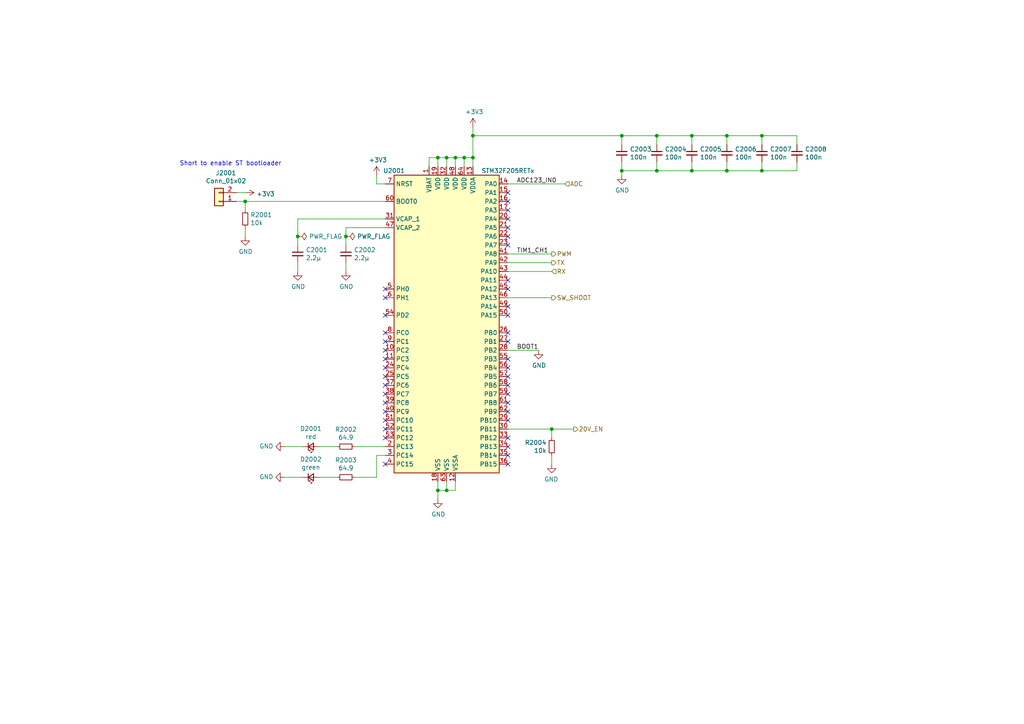
<source format=kicad_sch>
(kicad_sch (version 20250114) (generator "eeschema") (generator_version "9.0")
  (paper "A4")
  (title_block (title "Electromagnetic Fault Injector") (date "2019-10-29") (rev "0.1") (company "Ledger"))
  (lib_symbols
    (symbol "Connector_Generic:Conn_01x02" (pin_names (offset 1.016) (hide yes))
      (property "Reference" "J" (at 0 2.54 0))
      (property "Value" "Conn_01x02" (at 0 -5.08 0))
      (symbol "Conn_01x02_1_1"
        (rectangle (start -1.27 1.27) (end 1.27 -3.81) (stroke (width 0.254)) (fill (type background)))
        (rectangle (start -1.27 0.127) (end 0 -0.127) (stroke (width 0.1524)))
        (rectangle (start -1.27 -2.413) (end 0 -2.667) (stroke (width 0.1524)))
        (pin passive line (at -5.08 0 0) (length 3.81) (name "Pin_1") (number "1"))
        (pin passive line (at -5.08 -2.54 0) (length 3.81) (name "Pin_2") (number "2"))
      )
    )
    (symbol "Device:C_Small" (pin_numbers (hide yes)) (pin_names (offset 0.254) (hide yes))
      (property "Reference" "C" (at 0.254 1.778 0))
      (property "Value" "C_Small" (at 0.254 -2.032 0))
      (symbol "C_Small_0_1"
        (polyline (pts (xy -1.524 0.508) (xy 1.524 0.508)) (stroke (width 0.3048)))
        (polyline (pts (xy -1.524 -0.508) (xy 1.524 -0.508)) (stroke (width 0.3302)))
      )
      (symbol "C_Small_1_1"
        (pin passive line (at 0 2.54 270) (length 2.032) (name "~") (number "1"))
        (pin passive line (at 0 -2.54 90) (length 2.032) (name "~") (number "2"))
      )
    )
    (symbol "Device:LED_Small" (pin_numbers (hide yes)) (pin_names (offset 0.254) (hide yes))
      (property "Reference" "D" (at -1.27 3.175 0))
      (property "Value" "LED_Small" (at -4.445 -2.54 0))
      (symbol "LED_Small_0_1"
        (polyline (pts (xy -0.762 -1.016) (xy -0.762 1.016)) (stroke (width 0.254)))
        (polyline (pts (xy 0 0.762) (xy -0.508 1.27) (xy -0.254 1.27) (xy -0.508 1.27) (xy -0.508 1.016)))
        (polyline (pts (xy 0.508 1.27) (xy 0 1.778) (xy 0.254 1.778) (xy 0 1.778) (xy 0 1.524)))
        (polyline (pts (xy 0.762 -1.016) (xy -0.762 0) (xy 0.762 1.016) (xy 0.762 -1.016)) (stroke (width 0.254)))
        (polyline (pts (xy 1.016 0) (xy -0.762 0)))
      )
      (symbol "LED_Small_1_1"
        (pin passive line (at -2.54 0 0) (length 1.778) (name "K") (number "1"))
        (pin passive line (at 2.54 0 180) (length 1.778) (name "A") (number "2"))
      )
    )
    (symbol "Device:R_Small" (pin_numbers (hide yes)) (pin_names (offset 0.254) (hide yes))
      (property "Reference" "R" (at 0.762 0.508 0))
      (property "Value" "R_Small" (at 0.762 -1.016 0))
      (symbol "R_Small_0_1"
        (rectangle (start -0.762 1.778) (end 0.762 -1.778) (stroke (width 0.2032)))
      )
      (symbol "R_Small_1_1"
        (pin passive line (at 0 2.54 270) (length 0.762) (name "~") (number "1"))
        (pin passive line (at 0 -2.54 90) (length 0.762) (name "~") (number "2"))
      )
    )
    (symbol "MCU_ST_STM32F2:STM32F205RETx"
      (property "Reference" "U" (at -15.24 44.45 0))
      (property "Value" "STM32F205RETx" (at 10.16 44.45 0))
      (symbol "STM32F205RETx_0_1"
        (rectangle (start -15.24 -43.18) (end 15.24 43.18) (stroke (width 0.254)) (fill (type background)))
      )
      (symbol "STM32F205RETx_1_1"
        (pin input line (at -17.78 40.64 0) (length 2.54) (name "NRST") (number "7"))
        (pin input line (at -17.78 35.56 0) (length 2.54) (name "BOOT0") (number "60"))
        (pin power_in line (at -17.78 30.48 0) (length 2.54) (name "VCAP_1") (number "31"))
        (pin power_in line (at -17.78 27.94 0) (length 2.54) (name "VCAP_2") (number "47"))
        (pin input line (at -17.78 10.16 0) (length 2.54) (name "PH0") (number "5"))
        (pin input line (at -17.78 7.62 0) (length 2.54) (name "PH1") (number "6"))
        (pin bidirectional line (at -17.78 2.54 0) (length 2.54) (name "PD2") (number "54"))
        (pin bidirectional line (at -17.78 -2.54 0) (length 2.54) (name "PC0") (number "8"))
        (pin bidirectional line (at -17.78 -5.08 0) (length 2.54) (name "PC1") (number "9"))
        (pin bidirectional line (at -17.78 -7.62 0) (length 2.54) (name "PC2") (number "10"))
        (pin bidirectional line (at -17.78 -10.16 0) (length 2.54) (name "PC3") (number "11"))
        (pin bidirectional line (at -17.78 -12.7 0) (length 2.54) (name "PC4") (number "24"))
        (pin bidirectional line (at -17.78 -15.24 0) (length 2.54) (name "PC5") (number "25"))
        (pin bidirectional line (at -17.78 -17.78 0) (length 2.54) (name "PC6") (number "37"))
        (pin bidirectional line (at -17.78 -20.32 0) (length 2.54) (name "PC7") (number "38"))
        (pin bidirectional line (at -17.78 -22.86 0) (length 2.54) (name "PC8") (number "39"))
        (pin bidirectional line (at -17.78 -25.4 0) (length 2.54) (name "PC9") (number "40"))
        (pin bidirectional line (at -17.78 -27.94 0) (length 2.54) (name "PC10") (number "51"))
        (pin bidirectional line (at -17.78 -30.48 0) (length 2.54) (name "PC11") (number "52"))
        (pin bidirectional line (at -17.78 -33.02 0) (length 2.54) (name "PC12") (number "53"))
        (pin bidirectional line (at -17.78 -35.56 0) (length 2.54) (name "PC13") (number "2"))
        (pin bidirectional line (at -17.78 -38.1 0) (length 2.54) (name "PC14") (number "3"))
        (pin bidirectional line (at -17.78 -40.64 0) (length 2.54) (name "PC15") (number "4"))
        (pin power_in line (at -5.08 45.72 270) (length 2.54) (name "VBAT") (number "1"))
        (pin power_in line (at -2.54 45.72 270) (length 2.54) (name "VDD") (number "19"))
        (pin power_in line (at -2.54 -45.72 90) (length 2.54) (name "VSS") (number "18"))
        (pin power_in line (at 0 45.72 270) (length 2.54) (name "VDD") (number "32"))
        (pin power_in line (at 0 -45.72 90) (length 2.54) (name "VSS") (number "63"))
        (pin power_in line (at 2.54 45.72 270) (length 2.54) (name "VDD") (number "48"))
        (pin power_in line (at 2.54 -45.72 90) (length 2.54) (name "VSSA") (number "12"))
        (pin power_in line (at 5.08 45.72 270) (length 2.54) (name "VDD") (number "64"))
        (pin power_in line (at 7.62 45.72 270) (length 2.54) (name "VDDA") (number "13"))
        (pin bidirectional line (at 17.78 40.64 180) (length 2.54) (name "PA0") (number "14"))
        (pin bidirectional line (at 17.78 38.1 180) (length 2.54) (name "PA1") (number "15"))
        (pin bidirectional line (at 17.78 35.56 180) (length 2.54) (name "PA2") (number "16"))
        (pin bidirectional line (at 17.78 33.02 180) (length 2.54) (name "PA3") (number "17"))
        (pin bidirectional line (at 17.78 30.48 180) (length 2.54) (name "PA4") (number "20"))
        (pin bidirectional line (at 17.78 27.94 180) (length 2.54) (name "PA5") (number "21"))
        (pin bidirectional line (at 17.78 25.4 180) (length 2.54) (name "PA6") (number "22"))
        (pin bidirectional line (at 17.78 22.86 180) (length 2.54) (name "PA7") (number "23"))
        (pin bidirectional line (at 17.78 20.32 180) (length 2.54) (name "PA8") (number "41"))
        (pin bidirectional line (at 17.78 17.78 180) (length 2.54) (name "PA9") (number "42"))
        (pin bidirectional line (at 17.78 15.24 180) (length 2.54) (name "PA10") (number "43"))
        (pin bidirectional line (at 17.78 12.7 180) (length 2.54) (name "PA11") (number "44"))
        (pin bidirectional line (at 17.78 10.16 180) (length 2.54) (name "PA12") (number "45"))
        (pin bidirectional line (at 17.78 7.62 180) (length 2.54) (name "PA13") (number "46"))
        (pin bidirectional line (at 17.78 5.08 180) (length 2.54) (name "PA14") (number "49"))
        (pin bidirectional line (at 17.78 2.54 180) (length 2.54) (name "PA15") (number "50"))
        (pin bidirectional line (at 17.78 -2.54 180) (length 2.54) (name "PB0") (number "26"))
        (pin bidirectional line (at 17.78 -5.08 180) (length 2.54) (name "PB1") (number "27"))
        (pin bidirectional line (at 17.78 -7.62 180) (length 2.54) (name "PB2") (number "28"))
        (pin bidirectional line (at 17.78 -10.16 180) (length 2.54) (name "PB3") (number "55"))
        (pin bidirectional line (at 17.78 -12.7 180) (length 2.54) (name "PB4") (number "56"))
        (pin bidirectional line (at 17.78 -15.24 180) (length 2.54) (name "PB5") (number "57"))
        (pin bidirectional line (at 17.78 -17.78 180) (length 2.54) (name "PB6") (number "58"))
        (pin bidirectional line (at 17.78 -20.32 180) (length 2.54) (name "PB7") (number "59"))
        (pin bidirectional line (at 17.78 -22.86 180) (length 2.54) (name "PB8") (number "61"))
        (pin bidirectional line (at 17.78 -25.4 180) (length 2.54) (name "PB9") (number "62"))
        (pin bidirectional line (at 17.78 -27.94 180) (length 2.54) (name "PB10") (number "29"))
        (pin bidirectional line (at 17.78 -30.48 180) (length 2.54) (name "PB11") (number "30"))
        (pin bidirectional line (at 17.78 -33.02 180) (length 2.54) (name "PB12") (number "33"))
        (pin bidirectional line (at 17.78 -35.56 180) (length 2.54) (name "PB13") (number "34"))
        (pin bidirectional line (at 17.78 -38.1 180) (length 2.54) (name "PB14") (number "35"))
        (pin bidirectional line (at 17.78 -40.64 180) (length 2.54) (name "PB15") (number "36"))
      )
    )
    (symbol "power:+3V3" (power) (pin_names (offset 0))
      (property "Value" "+3V3" (at 0 3.556 0))
      (symbol "+3V3_0_1"
        (polyline (pts (xy -0.762 1.27) (xy 0 2.54)))
        (polyline (pts (xy 0 2.54) (xy 0.762 1.27)))
        (polyline (pts (xy 0 0) (xy 0 2.54)))
      )
      (symbol "+3V3_1_1"
        (pin power_in line (at 0 0 90) (length 0) (hide yes) (name "+3V3") (number "1"))
      )
    )
    (symbol "power:GND" (power) (pin_names (offset 0))
      (property "Value" "GND" (at 0 -3.81 0))
      (symbol "GND_0_1"
        (polyline (pts (xy 0 0) (xy 0 -1.27) (xy 1.27 -1.27) (xy 0 -2.54) (xy -1.27 -1.27) (xy 0 -1.27)))
      )
      (symbol "GND_1_1"
        (pin power_in line (at 0 0 270) (length 0) (hide yes) (name "GND") (number "1"))
      )
    )
    (symbol "power:PWR_FLAG" (power) (pin_numbers (hide yes)) (pin_names (offset 0) (hide yes))
      (property "Value" "PWR_FLAG" (at 0 3.81 0))
      (symbol "PWR_FLAG_0_0"
        (pin power_out line (at 0 0 90) (length 0) (name "pwr") (number "1"))
      )
      (symbol "PWR_FLAG_0_1"
        (polyline (pts (xy 0 0) (xy 0 1.27) (xy -1.016 1.905) (xy 0 2.54) (xy 1.016 1.905) (xy 0 1.27)))
      )
    )
  )
  (text "Short to enable ST bootloader" (at 52.07 48.26 0) (effects (font (size 1.27 1.27)) (justify left bottom)))
  (junction (at 220.98 39.37))
  (junction (at 129.54 45.72))
  (junction (at 86.36 68.58))
  (junction (at 180.34 39.37))
  (junction (at 190.5 39.37))
  (junction (at 200.66 39.37))
  (junction (at 100.33 68.58))
  (junction (at 127 142.24))
  (junction (at 160.02 124.46))
  (junction (at 137.16 45.72))
  (junction (at 180.34 49.53))
  (junction (at 210.82 39.37))
  (junction (at 210.82 49.53))
  (junction (at 200.66 49.53))
  (junction (at 220.98 49.53))
  (junction (at 129.54 142.24))
  (junction (at 71.12 58.42))
  (junction (at 190.5 49.53))
  (junction (at 132.08 45.72))
  (junction (at 137.16 39.37))
  (junction (at 134.62 45.72))
  (junction (at 127 45.72))
  (no_connect (at 147.32 68.58))
  (no_connect (at 111.76 114.3))
  (no_connect (at 147.32 109.22))
  (no_connect (at 147.32 134.62))
  (no_connect (at 147.32 119.38))
  (no_connect (at 147.32 58.42))
  (no_connect (at 111.76 91.44))
  (no_connect (at 111.76 134.62))
  (no_connect (at 147.32 88.9))
  (no_connect (at 147.32 99.06))
  (no_connect (at 147.32 106.68))
  (no_connect (at 147.32 114.3))
  (no_connect (at 111.76 124.46))
  (no_connect (at 111.76 116.84))
  (no_connect (at 147.32 91.44))
  (no_connect (at 111.76 99.06))
  (no_connect (at 147.32 83.82))
  (no_connect (at 147.32 71.12))
  (no_connect (at 111.76 109.22))
  (no_connect (at 147.32 116.84))
  (no_connect (at 111.76 96.52))
  (no_connect (at 147.32 127))
  (no_connect (at 111.76 121.92))
  (no_connect (at 147.32 104.14))
  (no_connect (at 111.76 119.38))
  (no_connect (at 147.32 111.76))
  (no_connect (at 147.32 60.96))
  (no_connect (at 147.32 63.5))
  (no_connect (at 111.76 111.76))
  (no_connect (at 111.76 104.14))
  (no_connect (at 111.76 106.68))
  (no_connect (at 147.32 55.88))
  (no_connect (at 147.32 66.04))
  (no_connect (at 111.76 83.82))
  (no_connect (at 111.76 86.36))
  (no_connect (at 111.76 127))
  (no_connect (at 147.32 129.54))
  (no_connect (at 147.32 132.08))
  (no_connect (at 147.32 121.92))
  (no_connect (at 147.32 96.52))
  (no_connect (at 111.76 101.6))
  (no_connect (at 147.32 81.28))
  (wire (pts (xy 129.54 45.72) (xy 127 45.72)))
  (wire (pts (xy 109.22 53.34) (xy 109.22 50.8)))
  (wire (pts (xy 147.32 124.46) (xy 160.02 124.46)))
  (wire (pts (xy 132.08 48.26) (xy 132.08 45.72)))
  (wire (pts (xy 100.33 78.74) (xy 100.33 76.2)))
  (wire (pts (xy 127 48.26) (xy 127 45.72)))
  (wire (pts (xy 180.34 50.8) (xy 180.34 49.53)))
  (wire (pts (xy 86.36 71.12) (xy 86.36 68.58)))
  (wire (pts (xy 134.62 45.72) (xy 132.08 45.72)))
  (wire (pts (xy 71.12 60.96) (xy 71.12 58.42)))
  (wire (pts (xy 160.02 86.36) (xy 147.32 86.36)))
  (wire (pts (xy 71.12 58.42) (xy 68.58 58.42)))
  (wire (pts (xy 163.83 53.34) (xy 147.32 53.34)))
  (wire (pts (xy 86.36 68.58) (xy 86.36 63.5)))
  (wire (pts (xy 190.5 39.37) (xy 180.34 39.37)))
  (wire (pts (xy 127 45.72) (xy 124.46 45.72)))
  (wire (pts (xy 100.33 66.04) (xy 100.33 68.58)))
  (wire (pts (xy 102.87 129.54) (xy 111.76 129.54)))
  (wire (pts (xy 127 139.7) (xy 127 142.24)))
  (wire (pts (xy 231.14 41.91) (xy 231.14 39.37)))
  (wire (pts (xy 134.62 48.26) (xy 134.62 45.72)))
  (wire (pts (xy 160.02 127) (xy 160.02 124.46)))
  (wire (pts (xy 111.76 66.04) (xy 100.33 66.04)))
  (wire (pts (xy 124.46 45.72) (xy 124.46 48.26)))
  (wire (pts (xy 160.02 78.74) (xy 147.32 78.74)))
  (wire (pts (xy 92.71 138.43) (xy 97.79 138.43)))
  (wire (pts (xy 111.76 53.34) (xy 109.22 53.34)))
  (wire (pts (xy 109.22 138.43) (xy 102.87 138.43)))
  (wire (pts (xy 220.98 39.37) (xy 210.82 39.37)))
  (wire (pts (xy 109.22 132.08) (xy 109.22 138.43)))
  (wire (pts (xy 129.54 139.7) (xy 129.54 142.24)))
  (wire (pts (xy 111.76 58.42) (xy 71.12 58.42)))
  (wire (pts (xy 132.08 139.7) (xy 132.08 142.24)))
  (wire (pts (xy 210.82 41.91) (xy 210.82 39.37)))
  (wire (pts (xy 137.16 45.72) (xy 134.62 45.72)))
  (wire (pts (xy 92.71 129.54) (xy 97.79 129.54)))
  (wire (pts (xy 129.54 142.24) (xy 127 142.24)))
  (wire (pts (xy 147.32 101.6) (xy 156.21 101.6)))
  (wire (pts (xy 190.5 41.91) (xy 190.5 39.37)))
  (wire (pts (xy 190.5 49.53) (xy 200.66 49.53)))
  (wire (pts (xy 180.34 39.37) (xy 137.16 39.37)))
  (wire (pts (xy 100.33 68.58) (xy 100.33 71.12)))
  (wire (pts (xy 180.34 41.91) (xy 180.34 39.37)))
  (wire (pts (xy 86.36 78.74) (xy 86.36 76.2)))
  (wire (pts (xy 160.02 76.2) (xy 147.32 76.2)))
  (wire (pts (xy 160.02 124.46) (xy 166.37 124.46)))
  (wire (pts (xy 127 142.24) (xy 127 144.78)))
  (wire (pts (xy 200.66 46.99) (xy 200.66 49.53)))
  (wire (pts (xy 71.12 66.04) (xy 71.12 68.58)))
  (wire (pts (xy 180.34 49.53) (xy 180.34 46.99)))
  (wire (pts (xy 137.16 45.72) (xy 137.16 48.26)))
  (wire (pts (xy 210.82 39.37) (xy 200.66 39.37)))
  (wire (pts (xy 160.02 132.08) (xy 160.02 134.62)))
  (wire (pts (xy 190.5 46.99) (xy 190.5 49.53)))
  (wire (pts (xy 210.82 46.99) (xy 210.82 49.53)))
  (wire (pts (xy 231.14 39.37) (xy 220.98 39.37)))
  (wire (pts (xy 220.98 46.99) (xy 220.98 49.53)))
  (wire (pts (xy 86.36 63.5) (xy 111.76 63.5)))
  (wire (pts (xy 132.08 45.72) (xy 129.54 45.72)))
  (wire (pts (xy 82.55 129.54) (xy 87.63 129.54)))
  (wire (pts (xy 82.55 138.43) (xy 87.63 138.43)))
  (wire (pts (xy 71.12 55.88) (xy 68.58 55.88)))
  (wire (pts (xy 220.98 49.53) (xy 231.14 49.53)))
  (wire (pts (xy 220.98 41.91) (xy 220.98 39.37)))
  (wire (pts (xy 137.16 39.37) (xy 137.16 45.72)))
  (wire (pts (xy 129.54 48.26) (xy 129.54 45.72)))
  (wire (pts (xy 200.66 39.37) (xy 190.5 39.37)))
  (wire (pts (xy 210.82 49.53) (xy 220.98 49.53)))
  (wire (pts (xy 132.08 142.24) (xy 129.54 142.24)))
  (wire (pts (xy 111.76 132.08) (xy 109.22 132.08)))
  (wire (pts (xy 231.14 49.53) (xy 231.14 46.99)))
  (wire (pts (xy 180.34 49.53) (xy 190.5 49.53)))
  (wire (pts (xy 137.16 36.83) (xy 137.16 39.37)))
  (wire (pts (xy 200.66 41.91) (xy 200.66 39.37)))
  (wire (pts (xy 200.66 49.53) (xy 210.82 49.53)))
  (wire (pts (xy 147.32 73.66) (xy 160.02 73.66)))
  (label "ADC123_IN0" (at 149.86 53.34 0))
  (label "TIM1_CH1" (at 149.86 73.66 0))
  (label "BOOT1" (at 149.86 101.6 0))
  (hierarchical_label "ADC" (shape input) (at 163.83 53.34 0))
  (hierarchical_label "20V_EN" (shape output) (at 166.37 124.46 0))
  (hierarchical_label "PWM" (shape output) (at 160.02 73.66 0))
  (hierarchical_label "RX" (shape input) (at 160.02 78.74 0))
  (hierarchical_label "SW_SHOOT" (shape output) (at 160.02 86.36 0))
  (hierarchical_label "TX" (shape output) (at 160.02 76.2 0))
  (symbol (lib_id "Connector_Generic:Conn_01x02") (at 63.5 58.42 180) (unit 1)
    (property "Reference" "J2001" (at 65.532 50.165 0))
    (property "Value" "Conn_01x02" (at 65.532 52.4764 0))
    (property "Footprint" "Connector_PinHeader_2.54mm:PinHeader_1x02_P2.54mm_Vertical" (effects (hide yes)))
  )
  (symbol (lib_id "power:+3V3") (at 71.12 55.88 270) (unit 1)
    (property "Reference" "#PWR02001" (effects (hide yes)))
    (property "Value" "+3V3" (at 74.3712 56.261 90) (effects (justify left)))
  )
  (symbol (lib_id "Device:R_Small") (at 71.12 63.5 180) (unit 1)
    (property "Reference" "R2001" (at 72.6186 62.3316 0) (effects (justify right)))
    (property "Value" "10k" (at 72.6186 64.643 0) (effects (justify right)))
    (property "Footprint" "Resistor_SMD:R_0603_1608Metric" (effects (hide yes)))
    (property "Manufacturer" "TE Connectivity" (effects (hide yes)))
    (property "ManufacturerRef" "CRGH0603J10K" (effects (hide yes)))
    (property "Price" "0.038" (effects (hide yes)))
    (property "Vendor" "Farnell" (effects (hide yes)))
    (property "VendorRef" "2331740" (effects (hide yes)))
  )
  (symbol (lib_id "power:GND") (at 71.12 68.58 0) (unit 1)
    (property "Reference" "#PWR02002" (effects (hide yes)))
    (property "Value" "GND" (at 71.247 72.9742 0))
  )
  (symbol (lib_id "Device:C_Small") (at 86.36 73.66 0) (unit 1)
    (property "Reference" "C2001" (at 88.6968 72.4916 0) (effects (justify left)))
    (property "Value" "2.2µ" (at 88.6968 74.803 0) (effects (justify left)))
    (property "Footprint" "Capacitor_SMD:C_0603_1608Metric" (effects (hide yes)))
    (property "Manufacturer" "Murata" (effects (hide yes)))
    (property "ManufacturerRef" "GRM188R61E225KA12D" (effects (hide yes)))
    (property "Price" "0.154" (effects (hide yes)))
    (property "Vendor" "Farnell" (effects (hide yes)))
    (property "VendorRef" "1845734" (effects (hide yes)))
    (property "Voltage" "25" (effects (hide yes)))
  )
  (symbol (lib_id "Device:C_Small") (at 100.33 73.66 0) (unit 1)
    (property "Reference" "C2002" (at 102.6668 72.4916 0) (effects (justify left)))
    (property "Value" "2.2µ" (at 102.6668 74.803 0) (effects (justify left)))
    (property "Footprint" "Capacitor_SMD:C_0603_1608Metric" (effects (hide yes)))
    (property "Manufacturer" "Murata" (effects (hide yes)))
    (property "ManufacturerRef" "GRM188R61E225KA12D" (effects (hide yes)))
    (property "Price" "0.154" (effects (hide yes)))
    (property "Vendor" "Farnell" (effects (hide yes)))
    (property "VendorRef" "1845734" (effects (hide yes)))
    (property "Voltage" "25" (effects (hide yes)))
  )
  (symbol (lib_id "power:GND") (at 86.36 78.74 0) (unit 1)
    (property "Reference" "#PWR02005" (effects (hide yes)))
    (property "Value" "GND" (at 86.487 83.1342 0))
  )
  (symbol (lib_id "power:GND") (at 100.33 78.74 0) (unit 1)
    (property "Reference" "#PWR02006" (effects (hide yes)))
    (property "Value" "GND" (at 100.457 83.1342 0))
  )
  (symbol (lib_id "power:GND") (at 127 144.78 0) (unit 1)
    (property "Reference" "#PWR02008" (effects (hide yes)))
    (property "Value" "GND" (at 127.127 149.1742 0))
  )
  (symbol (lib_id "Device:C_Small") (at 180.34 44.45 0) (unit 1)
    (property "Reference" "C2003" (at 182.6768 43.2816 0) (effects (justify left)))
    (property "Value" "100n" (at 182.6768 45.593 0) (effects (justify left)))
    (property "Footprint" "Capacitor_SMD:C_0603_1608Metric" (effects (hide yes)))
    (property "Manufacturer" "Multicomp" (effects (hide yes)))
    (property "ManufacturerRef" "MC0603B104K250CT" (effects (hide yes)))
    (property "Price" "0.0477" (effects (hide yes)))
    (property "Vendor" "Farnell" (effects (hide yes)))
    (property "VendorRef" "1759037" (effects (hide yes)))
    (property "Voltage" "25" (effects (hide yes)))
  )
  (symbol (lib_id "power:GND") (at 180.34 50.8 0) (unit 1)
    (property "Reference" "#PWR02012" (effects (hide yes)))
    (property "Value" "GND" (at 180.467 55.1942 0))
  )
  (symbol (lib_id "power:+3V3") (at 137.16 36.83 0) (unit 1)
    (property "Reference" "#PWR02009" (effects (hide yes)))
    (property "Value" "+3V3" (at 137.541 32.4358 0))
  )
  (symbol (lib_id "MCU_ST_STM32F2:STM32F205RETx") (at 129.54 93.98 0) (unit 1)
    (property "Reference" "U2001" (at 114.3 49.53 0))
    (property "Value" "STM32F205RETx" (at 147.32 49.53 0))
    (property "Footprint" "Package_QFP:LQFP-64_10x10mm_P0.5mm" (effects (hide yes)))
    (property "Datasheet" "http://www.st.com/st-web-ui/static/active/en/resource/technical/document/datasheet/CD00237391.pdf" (effects (hide yes)))
    (property "Manufacturer" "STMicroelectronics" (effects (hide yes)))
    (property "ManufacturerRef" "STM32F205RET6" (effects (hide yes)))
    (property "Vendor" "Farnell" (effects (hide yes)))
    (property "VendorRef" "2060897" (effects (hide yes)))
    (property "Price" "10.21" (effects (hide yes)))
  )
  (symbol (lib_id "power:GND") (at 156.21 101.6 0) (unit 1)
    (property "Reference" "#PWR02010" (effects (hide yes)))
    (property "Value" "GND" (at 156.337 105.9942 0))
  )
  (symbol (lib_id "power:+3V3") (at 109.22 50.8 0) (unit 1)
    (property "Reference" "#PWR02007" (effects (hide yes)))
    (property "Value" "+3V3" (at 109.601 46.4058 0))
  )
  (symbol (lib_id "Device:C_Small") (at 190.5 44.45 0) (unit 1)
    (property "Reference" "C2004" (at 192.8368 43.2816 0) (effects (justify left)))
    (property "Value" "100n" (at 192.8368 45.593 0) (effects (justify left)))
    (property "Footprint" "Capacitor_SMD:C_0603_1608Metric" (effects (hide yes)))
    (property "Manufacturer" "Multicomp" (effects (hide yes)))
    (property "ManufacturerRef" "MC0603B104K250CT" (effects (hide yes)))
    (property "Price" "0.0477" (effects (hide yes)))
    (property "Vendor" "Farnell" (effects (hide yes)))
    (property "VendorRef" "1759037" (effects (hide yes)))
    (property "Voltage" "25" (effects (hide yes)))
  )
  (symbol (lib_id "Device:C_Small") (at 200.66 44.45 0) (unit 1)
    (property "Reference" "C2005" (at 202.9968 43.2816 0) (effects (justify left)))
    (property "Value" "100n" (at 202.9968 45.593 0) (effects (justify left)))
    (property "Footprint" "Capacitor_SMD:C_0603_1608Metric" (effects (hide yes)))
    (property "Manufacturer" "Multicomp" (effects (hide yes)))
    (property "ManufacturerRef" "MC0603B104K250CT" (effects (hide yes)))
    (property "Price" "0.0477" (effects (hide yes)))
    (property "Vendor" "Farnell" (effects (hide yes)))
    (property "VendorRef" "1759037" (effects (hide yes)))
    (property "Voltage" "25" (effects (hide yes)))
  )
  (symbol (lib_id "Device:C_Small") (at 210.82 44.45 0) (unit 1)
    (property "Reference" "C2006" (at 213.1568 43.2816 0) (effects (justify left)))
    (property "Value" "100n" (at 213.1568 45.593 0) (effects (justify left)))
    (property "Footprint" "Capacitor_SMD:C_0603_1608Metric" (effects (hide yes)))
    (property "Manufacturer" "Multicomp" (effects (hide yes)))
    (property "ManufacturerRef" "MC0603B104K250CT" (effects (hide yes)))
    (property "Price" "0.0477" (effects (hide yes)))
    (property "Vendor" "Farnell" (effects (hide yes)))
    (property "VendorRef" "1759037" (effects (hide yes)))
    (property "Voltage" "25" (effects (hide yes)))
  )
  (symbol (lib_id "Device:C_Small") (at 220.98 44.45 0) (unit 1)
    (property "Reference" "C2007" (at 223.3168 43.2816 0) (effects (justify left)))
    (property "Value" "100n" (at 223.3168 45.593 0) (effects (justify left)))
    (property "Footprint" "Capacitor_SMD:C_0603_1608Metric" (effects (hide yes)))
    (property "Manufacturer" "Multicomp" (effects (hide yes)))
    (property "ManufacturerRef" "MC0603B104K250CT" (effects (hide yes)))
    (property "Price" "0.0477" (effects (hide yes)))
    (property "Vendor" "Farnell" (effects (hide yes)))
    (property "VendorRef" "1759037" (effects (hide yes)))
    (property "Voltage" "25" (effects (hide yes)))
  )
  (symbol (lib_id "Device:C_Small") (at 231.14 44.45 0) (unit 1)
    (property "Reference" "C2008" (at 233.4768 43.2816 0) (effects (justify left)))
    (property "Value" "100n" (at 233.4768 45.593 0) (effects (justify left)))
    (property "Footprint" "Capacitor_SMD:C_0603_1608Metric" (effects (hide yes)))
    (property "Manufacturer" "Multicomp" (effects (hide yes)))
    (property "ManufacturerRef" "MC0603B104K250CT" (effects (hide yes)))
    (property "Price" "0.0477" (effects (hide yes)))
    (property "Vendor" "Farnell" (effects (hide yes)))
    (property "VendorRef" "1759037" (effects (hide yes)))
    (property "Voltage" "25" (effects (hide yes)))
  )
  (symbol (lib_id "Device:R_Small") (at 160.02 129.54 0) (mirror x) (unit 1)
    (property "Reference" "R2004" (at 158.5214 128.3716 0) (effects (justify right)))
    (property "Value" "10k" (at 158.5214 130.683 0) (effects (justify right)))
    (property "Footprint" "Resistor_SMD:R_0603_1608Metric" (effects (hide yes)))
    (property "Manufacturer" "TE Connectivity" (effects (hide yes)))
    (property "ManufacturerRef" "CRGH0603J10K" (effects (hide yes)))
    (property "Price" "0.038" (effects (hide yes)))
    (property "Vendor" "Farnell" (effects (hide yes)))
    (property "VendorRef" "2331740" (effects (hide yes)))
  )
  (symbol (lib_id "power:GND") (at 160.02 134.62 0) (mirror y) (unit 1)
    (property "Reference" "#PWR02011" (effects (hide yes)))
    (property "Value" "GND" (at 159.893 139.0142 0))
  )
  (symbol (lib_id "Device:R_Small") (at 100.33 129.54 90) (mirror x) (unit 1)
    (property "Reference" "R2002" (at 100.33 124.5616 90))
    (property "Value" "64.9" (at 100.33 126.873 90))
    (property "Footprint" "Resistor_SMD:R_0603_1608Metric" (effects (hide yes)))
    (property "Manufacturer" "Vishay" (effects (hide yes)))
    (property "ManufacturerRef" "CRCW060364R9FKEA" (effects (hide yes)))
    (property "Price" "0.0214" (effects (hide yes)))
    (property "ValueIdeal" "65" (effects (hide yes)))
    (property "Vendor" "Farnell" (effects (hide yes)))
    (property "VendorRef" "2141257" (effects (hide yes)))
  )
  (symbol (lib_id "Device:LED_Small") (at 90.17 129.54 0) (mirror x) (unit 1)
    (property "Reference" "D2001" (at 90.17 124.333 0))
    (property "Value" "red" (at 90.17 126.6444 0))
    (property "Footprint" "Diode_SMD:D_0603_1608Metric" (effects (hide yes)))
    (property "Manufacturer" "Kingbright" (effects (hide yes)))
    (property "ManufacturerRef" "KPT-1608EC" (effects (hide yes)))
    (property "Price" "0.114" (effects (hide yes)))
    (property "Vendor" "Farnell" (effects (hide yes)))
    (property "VendorRef" "2099221" (effects (hide yes)))
  )
  (symbol (lib_id "power:GND") (at 82.55 129.54 270) (mirror x) (unit 1)
    (property "Reference" "#PWR02003" (effects (hide yes)))
    (property "Value" "GND" (at 79.2988 129.413 90) (effects (justify right)))
  )
  (symbol (lib_id "Device:R_Small") (at 100.33 138.43 90) (mirror x) (unit 1)
    (property "Reference" "R2003" (at 100.33 133.4516 90))
    (property "Value" "64.9" (at 100.33 135.763 90))
    (property "Footprint" "Resistor_SMD:R_0603_1608Metric" (effects (hide yes)))
    (property "Manufacturer" "Vishay" (effects (hide yes)))
    (property "ManufacturerRef" "CRCW060364R9FKEA" (effects (hide yes)))
    (property "Price" "0.0214" (effects (hide yes)))
    (property "ValueIdeal" "65" (effects (hide yes)))
    (property "Vendor" "Farnell" (effects (hide yes)))
    (property "VendorRef" "2141257" (effects (hide yes)))
  )
  (symbol (lib_id "Device:LED_Small") (at 90.17 138.43 0) (mirror x) (unit 1)
    (property "Reference" "D2002" (at 90.17 133.223 0))
    (property "Value" "green" (at 90.17 135.5344 0))
    (property "Footprint" "Diode_SMD:D_0603_1608Metric" (effects (hide yes)))
    (property "Manufacturer" "Kingbright" (effects (hide yes)))
    (property "ManufacturerRef" "KPT-1608CGCK" (effects (hide yes)))
    (property "Price" "0.181" (effects (hide yes)))
    (property "Vendor" "Farnell" (effects (hide yes)))
    (property "VendorRef" "2099220" (effects (hide yes)))
  )
  (symbol (lib_id "power:GND") (at 82.55 138.43 270) (mirror x) (unit 1)
    (property "Reference" "#PWR02004" (effects (hide yes)))
    (property "Value" "GND" (at 79.2988 138.303 90) (effects (justify right)))
  )
  (symbol (lib_id "power:PWR_FLAG") (at 100.33 68.58 270) (unit 1)
    (property "Reference" "#FLG02002" (effects (hide yes)))
    (property "Value" "PWR_FLAG" (at 103.5812 68.58 90) (effects (justify left)))
  )
  (symbol (lib_id "power:PWR_FLAG") (at 86.36 68.58 270) (unit 1)
    (property "Reference" "#FLG02001" (effects (hide yes)))
    (property "Value" "PWR_FLAG" (at 89.6112 68.58 90) (effects (justify left)))
  )
)
</source>
